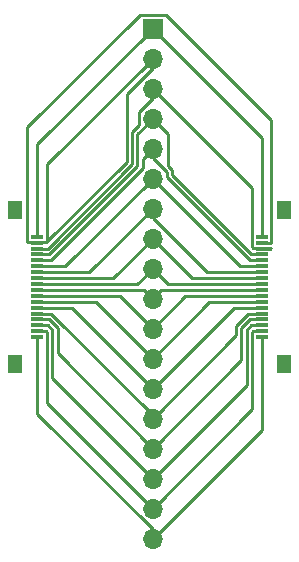
<source format=gbr>
%TF.GenerationSoftware,KiCad,Pcbnew,5.1.6-c6e7f7d~86~ubuntu18.04.1*%
%TF.CreationDate,2020-06-16T08:09:56-04:00*%
%TF.ProjectId,FPC 18 0.5 Breakout,46504320-3138-4203-902e-352042726561,rev?*%
%TF.SameCoordinates,Original*%
%TF.FileFunction,Copper,L1,Top*%
%TF.FilePolarity,Positive*%
%FSLAX46Y46*%
G04 Gerber Fmt 4.6, Leading zero omitted, Abs format (unit mm)*
G04 Created by KiCad (PCBNEW 5.1.6-c6e7f7d~86~ubuntu18.04.1) date 2020-06-16 08:09:56*
%MOMM*%
%LPD*%
G01*
G04 APERTURE LIST*
%TA.AperFunction,SMDPad,CuDef*%
%ADD10R,1.300000X1.650000*%
%TD*%
%TA.AperFunction,SMDPad,CuDef*%
%ADD11R,1.000000X0.300000*%
%TD*%
%TA.AperFunction,ComponentPad*%
%ADD12O,1.700000X1.700000*%
%TD*%
%TA.AperFunction,ComponentPad*%
%ADD13R,1.700000X1.700000*%
%TD*%
%TA.AperFunction,Conductor*%
%ADD14C,0.250000*%
%TD*%
G04 APERTURE END LIST*
D10*
%TO.P,J3,*%
%TO.N,*%
X172600000Y-124525000D03*
X172600000Y-111475000D03*
D11*
%TO.P,J3,15*%
%TO.N,Net-(J1-Pad4)*%
X174500000Y-120750000D03*
%TO.P,J3,12*%
%TO.N,Net-(J1-Pad7)*%
X174500000Y-119250000D03*
%TO.P,J3,14*%
%TO.N,Net-(J1-Pad5)*%
X174500000Y-120250000D03*
%TO.P,J3,10*%
%TO.N,Net-(J1-Pad9)*%
X174500000Y-118250000D03*
%TO.P,J3,11*%
%TO.N,Net-(J1-Pad8)*%
X174500000Y-118750000D03*
%TO.P,J3,18*%
%TO.N,Net-(J1-Pad1)*%
X174500000Y-122250000D03*
%TO.P,J3,13*%
%TO.N,Net-(J1-Pad6)*%
X174500000Y-119750000D03*
%TO.P,J3,16*%
%TO.N,Net-(J1-Pad3)*%
X174500000Y-121250000D03*
%TO.P,J3,17*%
%TO.N,Net-(J1-Pad2)*%
X174500000Y-121750000D03*
%TO.P,J3,9*%
%TO.N,Net-(J1-Pad10)*%
X174500000Y-117750000D03*
%TO.P,J3,8*%
%TO.N,Net-(J1-Pad11)*%
X174500000Y-117250000D03*
%TO.P,J3,7*%
%TO.N,Net-(J1-Pad12)*%
X174500000Y-116750000D03*
%TO.P,J3,6*%
%TO.N,Net-(J1-Pad13)*%
X174500000Y-116250000D03*
%TO.P,J3,5*%
%TO.N,Net-(J1-Pad14)*%
X174500000Y-115750000D03*
%TO.P,J3,4*%
%TO.N,Net-(J1-Pad15)*%
X174500000Y-115250000D03*
%TO.P,J3,3*%
%TO.N,Net-(J1-Pad16)*%
X174500000Y-114750000D03*
%TO.P,J3,2*%
%TO.N,Net-(J1-Pad17)*%
X174500000Y-114250000D03*
%TO.P,J3,1*%
%TO.N,Net-(J1-Pad18)*%
X174500000Y-113750000D03*
%TD*%
D12*
%TO.P,J2,18*%
%TO.N,Net-(J1-Pad1)*%
X184275001Y-139305001D03*
%TO.P,J2,17*%
%TO.N,Net-(J1-Pad2)*%
X184275001Y-136765001D03*
%TO.P,J2,16*%
%TO.N,Net-(J1-Pad3)*%
X184275001Y-134225001D03*
%TO.P,J2,15*%
%TO.N,Net-(J1-Pad4)*%
X184275001Y-131685001D03*
%TO.P,J2,14*%
%TO.N,Net-(J1-Pad5)*%
X184275001Y-129145001D03*
%TO.P,J2,13*%
%TO.N,Net-(J1-Pad6)*%
X184275001Y-126605001D03*
%TO.P,J2,12*%
%TO.N,Net-(J1-Pad7)*%
X184275001Y-124065001D03*
%TO.P,J2,11*%
%TO.N,Net-(J1-Pad8)*%
X184275001Y-121525001D03*
%TO.P,J2,10*%
%TO.N,Net-(J1-Pad9)*%
X184275001Y-118985001D03*
%TO.P,J2,9*%
%TO.N,Net-(J1-Pad10)*%
X184275001Y-116445001D03*
%TO.P,J2,8*%
%TO.N,Net-(J1-Pad11)*%
X184275001Y-113905001D03*
%TO.P,J2,7*%
%TO.N,Net-(J1-Pad12)*%
X184275001Y-111365001D03*
%TO.P,J2,6*%
%TO.N,Net-(J1-Pad13)*%
X184275001Y-108825001D03*
%TO.P,J2,5*%
%TO.N,Net-(J1-Pad14)*%
X184275001Y-106285001D03*
%TO.P,J2,4*%
%TO.N,Net-(J1-Pad15)*%
X184275001Y-103745001D03*
%TO.P,J2,3*%
%TO.N,Net-(J1-Pad16)*%
X184275001Y-101205001D03*
%TO.P,J2,2*%
%TO.N,Net-(J1-Pad17)*%
X184275001Y-98665001D03*
D13*
%TO.P,J2,1*%
%TO.N,Net-(J1-Pad18)*%
X184275001Y-96125001D03*
%TD*%
D10*
%TO.P,J1,*%
%TO.N,*%
X195400000Y-111475000D03*
X195400000Y-124525000D03*
D11*
%TO.P,J1,15*%
%TO.N,Net-(J1-Pad15)*%
X193500000Y-115250000D03*
%TO.P,J1,12*%
%TO.N,Net-(J1-Pad12)*%
X193500000Y-116750000D03*
%TO.P,J1,14*%
%TO.N,Net-(J1-Pad14)*%
X193500000Y-115750000D03*
%TO.P,J1,10*%
%TO.N,Net-(J1-Pad10)*%
X193500000Y-117750000D03*
%TO.P,J1,11*%
%TO.N,Net-(J1-Pad11)*%
X193500000Y-117250000D03*
%TO.P,J1,18*%
%TO.N,Net-(J1-Pad18)*%
X193500000Y-113750000D03*
%TO.P,J1,13*%
%TO.N,Net-(J1-Pad13)*%
X193500000Y-116250000D03*
%TO.P,J1,16*%
%TO.N,Net-(J1-Pad16)*%
X193500000Y-114750000D03*
%TO.P,J1,17*%
%TO.N,Net-(J1-Pad17)*%
X193500000Y-114250000D03*
%TO.P,J1,9*%
%TO.N,Net-(J1-Pad9)*%
X193500000Y-118250000D03*
%TO.P,J1,8*%
%TO.N,Net-(J1-Pad8)*%
X193500000Y-118750000D03*
%TO.P,J1,7*%
%TO.N,Net-(J1-Pad7)*%
X193500000Y-119250000D03*
%TO.P,J1,6*%
%TO.N,Net-(J1-Pad6)*%
X193500000Y-119750000D03*
%TO.P,J1,5*%
%TO.N,Net-(J1-Pad5)*%
X193500000Y-120250000D03*
%TO.P,J1,4*%
%TO.N,Net-(J1-Pad4)*%
X193500000Y-120750000D03*
%TO.P,J1,3*%
%TO.N,Net-(J1-Pad3)*%
X193500000Y-121250000D03*
%TO.P,J1,2*%
%TO.N,Net-(J1-Pad2)*%
X193500000Y-121750000D03*
%TO.P,J1,1*%
%TO.N,Net-(J1-Pad1)*%
X193500000Y-122250000D03*
%TD*%
D14*
%TO.N,Net-(J1-Pad15)*%
X175507824Y-115250000D02*
X182974990Y-107782833D01*
X174500000Y-115250000D02*
X175507824Y-115250000D01*
X182974990Y-107782833D02*
X182974990Y-105045012D01*
X182974990Y-105045012D02*
X184275001Y-103745001D01*
X184275001Y-103745001D02*
X185549989Y-105019989D01*
X185900013Y-108074600D02*
X185900013Y-108521426D01*
X185549989Y-107724577D02*
X185900013Y-108074600D01*
X185549989Y-105019989D02*
X185549989Y-107724577D01*
X192628587Y-115250000D02*
X193500000Y-115250000D01*
X185900013Y-108521426D02*
X192628587Y-115250000D01*
%TO.N,Net-(J1-Pad12)*%
X184275001Y-112165999D02*
X184275001Y-111365001D01*
X188859002Y-116750000D02*
X184275001Y-112165999D01*
X193500000Y-116750000D02*
X188859002Y-116750000D01*
X174524999Y-116725001D02*
X174500000Y-116750000D01*
X178915001Y-116725001D02*
X174524999Y-116725001D01*
X184275001Y-111365001D02*
X178915001Y-116725001D01*
%TO.N,Net-(J1-Pad14)*%
X184275001Y-106285001D02*
X183425002Y-107135000D01*
X183425002Y-107135000D02*
X183425002Y-107969233D01*
X183425002Y-107969233D02*
X175644235Y-115750000D01*
X175644235Y-115750000D02*
X174500000Y-115750000D01*
X185450002Y-108261000D02*
X184275001Y-107085999D01*
X184275001Y-107085999D02*
X184275001Y-106285001D01*
X185450002Y-108707826D02*
X185450002Y-108261000D01*
X192492176Y-115750000D02*
X185450002Y-108707826D01*
X193500000Y-115750000D02*
X192492176Y-115750000D01*
%TO.N,Net-(J1-Pad10)*%
X185580000Y-117750000D02*
X184275001Y-116445001D01*
X193500000Y-117750000D02*
X185580000Y-117750000D01*
X182970002Y-117750000D02*
X174500000Y-117750000D01*
X184275001Y-116445001D02*
X182970002Y-117750000D01*
%TO.N,Net-(J1-Pad11)*%
X187620000Y-117250000D02*
X193500000Y-117250000D01*
X184275001Y-113905001D02*
X187620000Y-117250000D01*
X180930002Y-117250000D02*
X184275001Y-113905001D01*
X174500000Y-117250000D02*
X180930002Y-117250000D01*
%TO.N,Net-(J1-Pad18)*%
X193500000Y-105350000D02*
X184275001Y-96125001D01*
X193500000Y-113750000D02*
X193500000Y-105350000D01*
X174500000Y-105900002D02*
X174500000Y-113750000D01*
X184275001Y-96125001D02*
X174500000Y-105900002D01*
%TO.N,Net-(J1-Pad13)*%
X176850002Y-116250000D02*
X184275001Y-108825001D01*
X174500000Y-116250000D02*
X176850002Y-116250000D01*
X191700000Y-116250000D02*
X193500000Y-116250000D01*
X184275001Y-108825001D02*
X191700000Y-116250000D01*
%TO.N,Net-(J1-Pad16)*%
X184275001Y-102005999D02*
X183100000Y-103181000D01*
X184275001Y-101205001D02*
X184275001Y-102005999D01*
X183100000Y-104283592D02*
X182524980Y-104858612D01*
X175371413Y-114750000D02*
X174500000Y-114750000D01*
X182524980Y-107596433D02*
X175371413Y-114750000D01*
X183100000Y-103181000D02*
X183100000Y-104283592D01*
X182524980Y-104858612D02*
X182524980Y-107596433D01*
X192674999Y-109604999D02*
X184275001Y-101205001D01*
X193500000Y-114750000D02*
X194235002Y-114750000D01*
X192739999Y-114725001D02*
X192674999Y-114660001D01*
X194260001Y-114725001D02*
X192739999Y-114725001D01*
X194235002Y-114750000D02*
X194260001Y-114725001D01*
X192674999Y-114660001D02*
X192674999Y-109604999D01*
%TO.N,Net-(J1-Pad17)*%
X184275001Y-99465999D02*
X184275001Y-98665001D01*
X182074973Y-101666027D02*
X184275001Y-99465999D01*
X175260001Y-114225001D02*
X182074970Y-107410032D01*
X174500000Y-114225001D02*
X175260001Y-114225001D01*
X182074970Y-107410032D02*
X182074973Y-101666027D01*
X174500000Y-114250000D02*
X174500000Y-114225001D01*
X194325001Y-114174999D02*
X194250000Y-114250000D01*
X175325001Y-114160001D02*
X175260001Y-114225001D01*
X173739999Y-114225001D02*
X173674999Y-114160001D01*
X183165000Y-94950000D02*
X185385002Y-94950000D01*
X175325001Y-107615001D02*
X175325001Y-114160001D01*
X175260001Y-114225001D02*
X173739999Y-114225001D01*
X185385002Y-94950000D02*
X194325001Y-103889999D01*
X194325001Y-103889999D02*
X194325001Y-114174999D01*
X184275001Y-98665001D02*
X175325001Y-107615001D01*
X173674999Y-104440001D02*
X183165000Y-94950000D01*
X173674999Y-114160001D02*
X173674999Y-104440001D01*
X194250000Y-114250000D02*
X193500000Y-114250000D01*
%TO.N,Net-(J1-Pad9)*%
X183540000Y-118250000D02*
X184275001Y-118985001D01*
X174500000Y-118250000D02*
X183540000Y-118250000D01*
X185010002Y-118250000D02*
X193500000Y-118250000D01*
X184275001Y-118985001D02*
X185010002Y-118250000D01*
%TO.N,Net-(J1-Pad8)*%
X187050002Y-118750000D02*
X184275001Y-121525001D01*
X193500000Y-118750000D02*
X187050002Y-118750000D01*
X181500000Y-118750000D02*
X174500000Y-118750000D01*
X184275001Y-121525001D02*
X181500000Y-118750000D01*
%TO.N,Net-(J1-Pad7)*%
X179460000Y-119250000D02*
X184275001Y-124065001D01*
X174500000Y-119250000D02*
X179460000Y-119250000D01*
X193475001Y-119274999D02*
X193500000Y-119250000D01*
X189065003Y-119274999D02*
X193475001Y-119274999D01*
X184275001Y-124065001D02*
X189065003Y-119274999D01*
%TO.N,Net-(J1-Pad6)*%
X191130002Y-119750000D02*
X184275001Y-126605001D01*
X193500000Y-119750000D02*
X191130002Y-119750000D01*
X177420000Y-119750000D02*
X174500000Y-119750000D01*
X184275001Y-126605001D02*
X177420000Y-119750000D01*
%TO.N,Net-(J1-Pad5)*%
X184275001Y-128880767D02*
X184275001Y-129145001D01*
X175644234Y-120250000D02*
X184275001Y-128880767D01*
X174500000Y-120250000D02*
X175644234Y-120250000D01*
X191324967Y-121280799D02*
X192355766Y-120250000D01*
X191324967Y-122095035D02*
X191324967Y-121280799D01*
X184275001Y-129145001D02*
X191324967Y-122095035D01*
X192355766Y-120250000D02*
X193500000Y-120250000D01*
%TO.N,Net-(J1-Pad4)*%
X176225022Y-121467198D02*
X175507824Y-120750000D01*
X176225022Y-123635022D02*
X176225022Y-121467198D01*
X184275001Y-131685001D02*
X176225022Y-123635022D01*
X175507824Y-120750000D02*
X174500000Y-120750000D01*
X191774978Y-124185024D02*
X184275001Y-131685001D01*
X193500000Y-120750000D02*
X192492176Y-120750000D01*
X191774978Y-121467198D02*
X191774978Y-124185024D01*
X192492176Y-120750000D02*
X191774978Y-121467198D01*
%TO.N,Net-(J1-Pad3)*%
X192628587Y-121250000D02*
X193500000Y-121250000D01*
X192224988Y-121653599D02*
X192628587Y-121250000D01*
X192224988Y-126275014D02*
X192224988Y-121653599D01*
X184275001Y-134225001D02*
X192224988Y-126275014D01*
X175775011Y-121653598D02*
X175775011Y-125725011D01*
X175371413Y-121250000D02*
X175775011Y-121653598D01*
X175775011Y-125725011D02*
X183425002Y-133375002D01*
X183425002Y-133375002D02*
X184275001Y-134225001D01*
X174500000Y-121250000D02*
X175371413Y-121250000D01*
%TO.N,Net-(J1-Pad2)*%
X175325001Y-127815001D02*
X175325001Y-121839998D01*
X175235003Y-121750000D02*
X174500000Y-121750000D01*
X184275001Y-136765001D02*
X175325001Y-127815001D01*
X175325001Y-121839998D02*
X175235003Y-121750000D01*
X192674999Y-121839998D02*
X192674999Y-128365003D01*
X192674999Y-128365003D02*
X184275001Y-136765001D01*
X193500000Y-121750000D02*
X192764997Y-121750000D01*
X192764997Y-121750000D02*
X192674999Y-121839998D01*
%TO.N,Net-(J1-Pad1)*%
X184275001Y-138504003D02*
X184275001Y-139305001D01*
X174500000Y-128729002D02*
X184275001Y-138504003D01*
X174500000Y-122250000D02*
X174500000Y-128729002D01*
X193500000Y-130080002D02*
X193500000Y-122250000D01*
X184275001Y-139305001D02*
X193500000Y-130080002D01*
%TD*%
M02*

</source>
